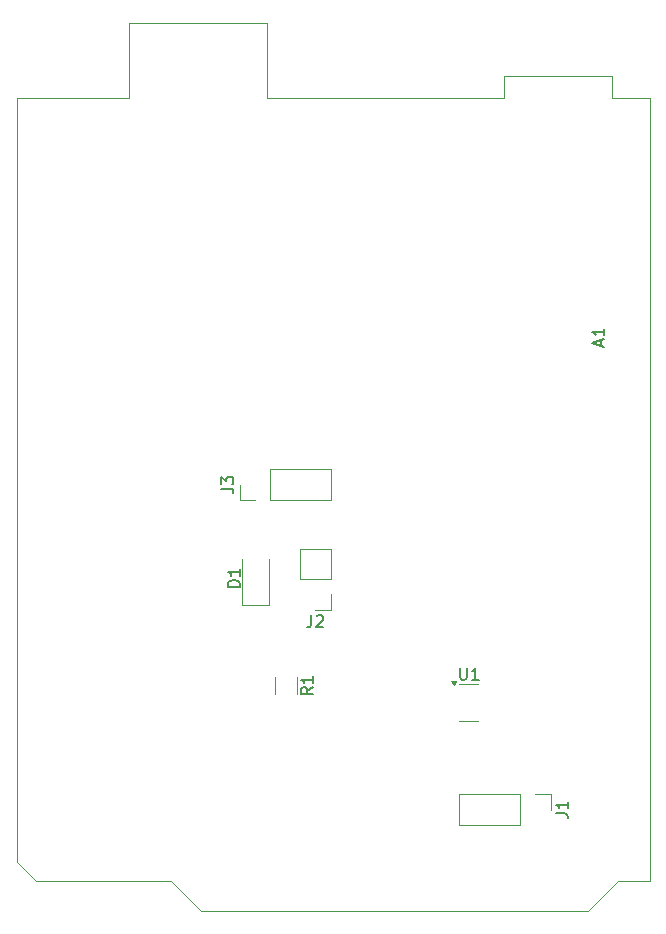
<source format=gbr>
%TF.GenerationSoftware,KiCad,Pcbnew,8.0.5*%
%TF.CreationDate,2024-11-11T20:44:43+01:00*%
%TF.ProjectId,nowa_plytka,6e6f7761-5f70-46c7-9974-6b612e6b6963,rev?*%
%TF.SameCoordinates,Original*%
%TF.FileFunction,Legend,Top*%
%TF.FilePolarity,Positive*%
%FSLAX46Y46*%
G04 Gerber Fmt 4.6, Leading zero omitted, Abs format (unit mm)*
G04 Created by KiCad (PCBNEW 8.0.5) date 2024-11-11 20:44:43*
%MOMM*%
%LPD*%
G01*
G04 APERTURE LIST*
%ADD10C,0.150000*%
%ADD11C,0.120000*%
G04 APERTURE END LIST*
D10*
X129594819Y-103638094D02*
X128594819Y-103638094D01*
X128594819Y-103638094D02*
X128594819Y-103399999D01*
X128594819Y-103399999D02*
X128642438Y-103257142D01*
X128642438Y-103257142D02*
X128737676Y-103161904D01*
X128737676Y-103161904D02*
X128832914Y-103114285D01*
X128832914Y-103114285D02*
X129023390Y-103066666D01*
X129023390Y-103066666D02*
X129166247Y-103066666D01*
X129166247Y-103066666D02*
X129356723Y-103114285D01*
X129356723Y-103114285D02*
X129451961Y-103161904D01*
X129451961Y-103161904D02*
X129547200Y-103257142D01*
X129547200Y-103257142D02*
X129594819Y-103399999D01*
X129594819Y-103399999D02*
X129594819Y-103638094D01*
X129594819Y-102114285D02*
X129594819Y-102685713D01*
X129594819Y-102399999D02*
X128594819Y-102399999D01*
X128594819Y-102399999D02*
X128737676Y-102495237D01*
X128737676Y-102495237D02*
X128832914Y-102590475D01*
X128832914Y-102590475D02*
X128880533Y-102685713D01*
X128044819Y-95333333D02*
X128759104Y-95333333D01*
X128759104Y-95333333D02*
X128901961Y-95380952D01*
X128901961Y-95380952D02*
X128997200Y-95476190D01*
X128997200Y-95476190D02*
X129044819Y-95619047D01*
X129044819Y-95619047D02*
X129044819Y-95714285D01*
X128044819Y-94952380D02*
X128044819Y-94333333D01*
X128044819Y-94333333D02*
X128425771Y-94666666D01*
X128425771Y-94666666D02*
X128425771Y-94523809D01*
X128425771Y-94523809D02*
X128473390Y-94428571D01*
X128473390Y-94428571D02*
X128521009Y-94380952D01*
X128521009Y-94380952D02*
X128616247Y-94333333D01*
X128616247Y-94333333D02*
X128854342Y-94333333D01*
X128854342Y-94333333D02*
X128949580Y-94380952D01*
X128949580Y-94380952D02*
X128997200Y-94428571D01*
X128997200Y-94428571D02*
X129044819Y-94523809D01*
X129044819Y-94523809D02*
X129044819Y-94809523D01*
X129044819Y-94809523D02*
X128997200Y-94904761D01*
X128997200Y-94904761D02*
X128949580Y-94952380D01*
X135666666Y-106059819D02*
X135666666Y-106774104D01*
X135666666Y-106774104D02*
X135619047Y-106916961D01*
X135619047Y-106916961D02*
X135523809Y-107012200D01*
X135523809Y-107012200D02*
X135380952Y-107059819D01*
X135380952Y-107059819D02*
X135285714Y-107059819D01*
X136095238Y-106155057D02*
X136142857Y-106107438D01*
X136142857Y-106107438D02*
X136238095Y-106059819D01*
X136238095Y-106059819D02*
X136476190Y-106059819D01*
X136476190Y-106059819D02*
X136571428Y-106107438D01*
X136571428Y-106107438D02*
X136619047Y-106155057D01*
X136619047Y-106155057D02*
X136666666Y-106250295D01*
X136666666Y-106250295D02*
X136666666Y-106345533D01*
X136666666Y-106345533D02*
X136619047Y-106488390D01*
X136619047Y-106488390D02*
X136047619Y-107059819D01*
X136047619Y-107059819D02*
X136666666Y-107059819D01*
X156364819Y-122833333D02*
X157079104Y-122833333D01*
X157079104Y-122833333D02*
X157221961Y-122880952D01*
X157221961Y-122880952D02*
X157317200Y-122976190D01*
X157317200Y-122976190D02*
X157364819Y-123119047D01*
X157364819Y-123119047D02*
X157364819Y-123214285D01*
X157364819Y-121833333D02*
X157364819Y-122404761D01*
X157364819Y-122119047D02*
X156364819Y-122119047D01*
X156364819Y-122119047D02*
X156507676Y-122214285D01*
X156507676Y-122214285D02*
X156602914Y-122309523D01*
X156602914Y-122309523D02*
X156650533Y-122404761D01*
X135774819Y-112166666D02*
X135298628Y-112499999D01*
X135774819Y-112738094D02*
X134774819Y-112738094D01*
X134774819Y-112738094D02*
X134774819Y-112357142D01*
X134774819Y-112357142D02*
X134822438Y-112261904D01*
X134822438Y-112261904D02*
X134870057Y-112214285D01*
X134870057Y-112214285D02*
X134965295Y-112166666D01*
X134965295Y-112166666D02*
X135108152Y-112166666D01*
X135108152Y-112166666D02*
X135203390Y-112214285D01*
X135203390Y-112214285D02*
X135251009Y-112261904D01*
X135251009Y-112261904D02*
X135298628Y-112357142D01*
X135298628Y-112357142D02*
X135298628Y-112738094D01*
X135774819Y-111214285D02*
X135774819Y-111785713D01*
X135774819Y-111499999D02*
X134774819Y-111499999D01*
X134774819Y-111499999D02*
X134917676Y-111595237D01*
X134917676Y-111595237D02*
X135012914Y-111690475D01*
X135012914Y-111690475D02*
X135060533Y-111785713D01*
X148238095Y-110504819D02*
X148238095Y-111314342D01*
X148238095Y-111314342D02*
X148285714Y-111409580D01*
X148285714Y-111409580D02*
X148333333Y-111457200D01*
X148333333Y-111457200D02*
X148428571Y-111504819D01*
X148428571Y-111504819D02*
X148619047Y-111504819D01*
X148619047Y-111504819D02*
X148714285Y-111457200D01*
X148714285Y-111457200D02*
X148761904Y-111409580D01*
X148761904Y-111409580D02*
X148809523Y-111314342D01*
X148809523Y-111314342D02*
X148809523Y-110504819D01*
X149809523Y-111504819D02*
X149238095Y-111504819D01*
X149523809Y-111504819D02*
X149523809Y-110504819D01*
X149523809Y-110504819D02*
X149428571Y-110647676D01*
X149428571Y-110647676D02*
X149333333Y-110742914D01*
X149333333Y-110742914D02*
X149238095Y-110790533D01*
X160169104Y-83214285D02*
X160169104Y-82738095D01*
X160454819Y-83309523D02*
X159454819Y-82976190D01*
X159454819Y-82976190D02*
X160454819Y-82642857D01*
X160454819Y-81785714D02*
X160454819Y-82357142D01*
X160454819Y-82071428D02*
X159454819Y-82071428D01*
X159454819Y-82071428D02*
X159597676Y-82166666D01*
X159597676Y-82166666D02*
X159692914Y-82261904D01*
X159692914Y-82261904D02*
X159740533Y-82357142D01*
D11*
%TO.C,D1*%
X129825000Y-101300000D02*
X129825000Y-105185000D01*
X129825000Y-105185000D02*
X132095000Y-105185000D01*
X132095000Y-105185000D02*
X132095000Y-101300000D01*
%TO.C,J3*%
X129590000Y-96330000D02*
X129590000Y-95000000D01*
X130920000Y-96330000D02*
X129590000Y-96330000D01*
X132190000Y-93670000D02*
X137330000Y-93670000D01*
X132190000Y-96330000D02*
X132190000Y-93670000D01*
X132190000Y-96330000D02*
X137330000Y-96330000D01*
X137330000Y-96330000D02*
X137330000Y-93670000D01*
%TO.C,J2*%
X134670000Y-103005000D02*
X134670000Y-100405000D01*
X137330000Y-100405000D02*
X134670000Y-100405000D01*
X137330000Y-103005000D02*
X134670000Y-103005000D01*
X137330000Y-103005000D02*
X137330000Y-100405000D01*
X137330000Y-104275000D02*
X137330000Y-105605000D01*
X137330000Y-105605000D02*
X136000000Y-105605000D01*
%TO.C,J1*%
X148170000Y-121170000D02*
X148170000Y-123830000D01*
X153310000Y-121170000D02*
X148170000Y-121170000D01*
X153310000Y-121170000D02*
X153310000Y-123830000D01*
X153310000Y-123830000D02*
X148170000Y-123830000D01*
X154580000Y-121170000D02*
X155910000Y-121170000D01*
X155910000Y-121170000D02*
X155910000Y-122500000D01*
%TO.C,R1*%
X132590000Y-111272936D02*
X132590000Y-112727064D01*
X134410000Y-111272936D02*
X134410000Y-112727064D01*
%TO.C,U1*%
X149000000Y-111890000D02*
X148200000Y-111890000D01*
X149000000Y-111890000D02*
X149800000Y-111890000D01*
X149000000Y-115010000D02*
X148200000Y-115010000D01*
X149000000Y-115010000D02*
X149800000Y-115010000D01*
X147700000Y-111940000D02*
X147460000Y-111610000D01*
X147940000Y-111610000D01*
X147700000Y-111940000D01*
G36*
X147700000Y-111940000D02*
G01*
X147460000Y-111610000D01*
X147940000Y-111610000D01*
X147700000Y-111940000D01*
G37*
%TO.C,A1*%
X110700000Y-62255000D02*
X110700000Y-126905000D01*
X110700000Y-126905000D02*
X112350000Y-128555000D01*
X112350000Y-128555000D02*
X123780000Y-128555000D01*
X120230000Y-55905000D02*
X120230000Y-62255000D01*
X120230000Y-62255000D02*
X110700000Y-62255000D01*
X123780000Y-128555000D02*
X126320000Y-131095000D01*
X126320000Y-131095000D02*
X159090000Y-131095000D01*
X131910000Y-55905000D02*
X120230000Y-55905000D01*
X131910000Y-62255000D02*
X131910000Y-55905000D01*
X151980000Y-60355000D02*
X151980000Y-62255000D01*
X151980000Y-62255000D02*
X131910000Y-62255000D01*
X159090000Y-131095000D02*
X161630000Y-128555000D01*
X161120000Y-60355000D02*
X151980000Y-60355000D01*
X161120000Y-62255000D02*
X161120000Y-60355000D01*
X161630000Y-128555000D02*
X164300000Y-128555000D01*
X164300000Y-62255000D02*
X161120000Y-62255000D01*
X164300000Y-128555000D02*
X164300000Y-62255000D01*
%TD*%
M02*

</source>
